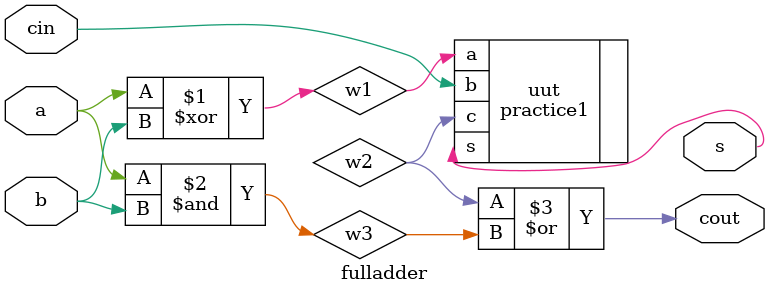
<source format=v>
`timescale 1ns / 1ps


module fulladder(
input a,b,cin,
output s,cout
    );
    
    wire w1,w2,w3;
    xor (w1,a,b);
   
   practice1 uut(
   .a(w1),
   .b(cin),
   .s(s),
   .c(w2)
    );
    
    and(w3,a,b);
    or(cout,w2,w3);
    
endmodule

</source>
